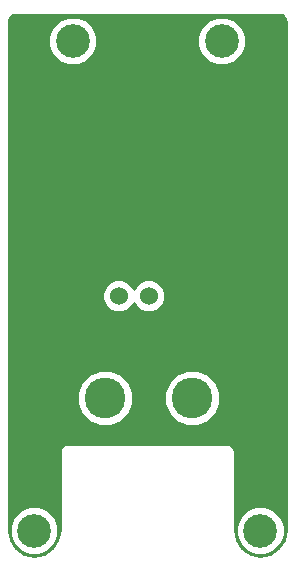
<source format=gbr>
G04 #@! TF.FileFunction,Copper,L2,Bot,Signal*
%FSLAX46Y46*%
G04 Gerber Fmt 4.6, Leading zero omitted, Abs format (unit mm)*
G04 Created by KiCad (PCBNEW 4.0.7) date 03/27/18 18:56:06*
%MOMM*%
%LPD*%
G01*
G04 APERTURE LIST*
%ADD10C,0.100000*%
%ADD11C,2.844800*%
%ADD12C,3.450000*%
%ADD13C,1.524000*%
%ADD14C,0.254000*%
G04 APERTURE END LIST*
D10*
D11*
X136474200Y-25400000D03*
X123875800Y-25400000D03*
X139750800Y-66852800D03*
D12*
X133987000Y-55630000D03*
D13*
X132842000Y-46990000D03*
X130302000Y-46990000D03*
X127762000Y-46990000D03*
D12*
X126617000Y-55630000D03*
D11*
X120599200Y-66852800D03*
D14*
G36*
X141559979Y-23244478D02*
X141737145Y-23362856D01*
X141855521Y-23540019D01*
X141911000Y-23818931D01*
X141911000Y-66782873D01*
X141733713Y-67674151D01*
X141268457Y-68370457D01*
X140572151Y-68835713D01*
X139750798Y-68999090D01*
X138929449Y-68835713D01*
X138233143Y-68370457D01*
X137767887Y-67674151D01*
X137685557Y-67260247D01*
X137693044Y-67260247D01*
X138005604Y-68016701D01*
X138583855Y-68595962D01*
X139339762Y-68909842D01*
X140158247Y-68910556D01*
X140914701Y-68597996D01*
X141493962Y-68019745D01*
X141807842Y-67263838D01*
X141808556Y-66445353D01*
X141495996Y-65688899D01*
X140917745Y-65109638D01*
X140161838Y-64795758D01*
X139343353Y-64795044D01*
X138586899Y-65107604D01*
X138007638Y-65685855D01*
X137693758Y-66441762D01*
X137693044Y-67260247D01*
X137685557Y-67260247D01*
X137590600Y-66782869D01*
X137590600Y-60198000D01*
X137536554Y-59926295D01*
X137382646Y-59695954D01*
X137152305Y-59542046D01*
X136880600Y-59488000D01*
X123469400Y-59488000D01*
X123197695Y-59542046D01*
X122967354Y-59695954D01*
X122813446Y-59926295D01*
X122759400Y-60198000D01*
X122759400Y-66782873D01*
X122582113Y-67674151D01*
X122116857Y-68370457D01*
X121420551Y-68835713D01*
X120599198Y-68999090D01*
X119777849Y-68835713D01*
X119081543Y-68370457D01*
X118613569Y-67670083D01*
X118526379Y-67260247D01*
X118541444Y-67260247D01*
X118854004Y-68016701D01*
X119432255Y-68595962D01*
X120188162Y-68909842D01*
X121006647Y-68910556D01*
X121763101Y-68597996D01*
X122342362Y-68019745D01*
X122656242Y-67263838D01*
X122656956Y-66445353D01*
X122344396Y-65688899D01*
X121766145Y-65109638D01*
X121010238Y-64795758D01*
X120191753Y-64795044D01*
X119435299Y-65107604D01*
X118856038Y-65685855D01*
X118542158Y-66441762D01*
X118541444Y-67260247D01*
X118526379Y-67260247D01*
X118439000Y-66849532D01*
X118439000Y-56097373D01*
X124256591Y-56097373D01*
X124615123Y-56965086D01*
X125278422Y-57629544D01*
X126145508Y-57989589D01*
X127084373Y-57990409D01*
X127952086Y-57631877D01*
X128616544Y-56968578D01*
X128976589Y-56101492D01*
X128976592Y-56097373D01*
X131626591Y-56097373D01*
X131985123Y-56965086D01*
X132648422Y-57629544D01*
X133515508Y-57989589D01*
X134454373Y-57990409D01*
X135322086Y-57631877D01*
X135986544Y-56968578D01*
X136346589Y-56101492D01*
X136347409Y-55162627D01*
X135988877Y-54294914D01*
X135325578Y-53630456D01*
X134458492Y-53270411D01*
X133519627Y-53269591D01*
X132651914Y-53628123D01*
X131987456Y-54291422D01*
X131627411Y-55158508D01*
X131626591Y-56097373D01*
X128976592Y-56097373D01*
X128977409Y-55162627D01*
X128618877Y-54294914D01*
X127955578Y-53630456D01*
X127088492Y-53270411D01*
X126149627Y-53269591D01*
X125281914Y-53628123D01*
X124617456Y-54291422D01*
X124257411Y-55158508D01*
X124256591Y-56097373D01*
X118439000Y-56097373D01*
X118439000Y-47266661D01*
X126364758Y-47266661D01*
X126576990Y-47780303D01*
X126969630Y-48173629D01*
X127482900Y-48386757D01*
X128038661Y-48387242D01*
X128552303Y-48175010D01*
X128945629Y-47782370D01*
X129031949Y-47574488D01*
X129116990Y-47780303D01*
X129509630Y-48173629D01*
X130022900Y-48386757D01*
X130578661Y-48387242D01*
X131092303Y-48175010D01*
X131485629Y-47782370D01*
X131698757Y-47269100D01*
X131699242Y-46713339D01*
X131487010Y-46199697D01*
X131094370Y-45806371D01*
X130581100Y-45593243D01*
X130025339Y-45592758D01*
X129511697Y-45804990D01*
X129118371Y-46197630D01*
X129032051Y-46405512D01*
X128947010Y-46199697D01*
X128554370Y-45806371D01*
X128041100Y-45593243D01*
X127485339Y-45592758D01*
X126971697Y-45804990D01*
X126578371Y-46197630D01*
X126365243Y-46710900D01*
X126364758Y-47266661D01*
X118439000Y-47266661D01*
X118439000Y-25807447D01*
X121818044Y-25807447D01*
X122130604Y-26563901D01*
X122708855Y-27143162D01*
X123464762Y-27457042D01*
X124283247Y-27457756D01*
X125039701Y-27145196D01*
X125618962Y-26566945D01*
X125932842Y-25811038D01*
X125932845Y-25807447D01*
X134416444Y-25807447D01*
X134729004Y-26563901D01*
X135307255Y-27143162D01*
X136063162Y-27457042D01*
X136881647Y-27457756D01*
X137638101Y-27145196D01*
X138217362Y-26566945D01*
X138531242Y-25811038D01*
X138531956Y-24992553D01*
X138219396Y-24236099D01*
X137641145Y-23656838D01*
X136885238Y-23342958D01*
X136066753Y-23342244D01*
X135310299Y-23654804D01*
X134731038Y-24233055D01*
X134417158Y-24988962D01*
X134416444Y-25807447D01*
X125932845Y-25807447D01*
X125933556Y-24992553D01*
X125620996Y-24236099D01*
X125042745Y-23656838D01*
X124286838Y-23342958D01*
X123468353Y-23342244D01*
X122711899Y-23654804D01*
X122132638Y-24233055D01*
X121818758Y-24988962D01*
X121818044Y-25807447D01*
X118439000Y-25807447D01*
X118439000Y-23818930D01*
X118494478Y-23540021D01*
X118612856Y-23362855D01*
X118790019Y-23244479D01*
X119068931Y-23189000D01*
X141281070Y-23189000D01*
X141559979Y-23244478D01*
X141559979Y-23244478D01*
G37*
X141559979Y-23244478D02*
X141737145Y-23362856D01*
X141855521Y-23540019D01*
X141911000Y-23818931D01*
X141911000Y-66782873D01*
X141733713Y-67674151D01*
X141268457Y-68370457D01*
X140572151Y-68835713D01*
X139750798Y-68999090D01*
X138929449Y-68835713D01*
X138233143Y-68370457D01*
X137767887Y-67674151D01*
X137685557Y-67260247D01*
X137693044Y-67260247D01*
X138005604Y-68016701D01*
X138583855Y-68595962D01*
X139339762Y-68909842D01*
X140158247Y-68910556D01*
X140914701Y-68597996D01*
X141493962Y-68019745D01*
X141807842Y-67263838D01*
X141808556Y-66445353D01*
X141495996Y-65688899D01*
X140917745Y-65109638D01*
X140161838Y-64795758D01*
X139343353Y-64795044D01*
X138586899Y-65107604D01*
X138007638Y-65685855D01*
X137693758Y-66441762D01*
X137693044Y-67260247D01*
X137685557Y-67260247D01*
X137590600Y-66782869D01*
X137590600Y-60198000D01*
X137536554Y-59926295D01*
X137382646Y-59695954D01*
X137152305Y-59542046D01*
X136880600Y-59488000D01*
X123469400Y-59488000D01*
X123197695Y-59542046D01*
X122967354Y-59695954D01*
X122813446Y-59926295D01*
X122759400Y-60198000D01*
X122759400Y-66782873D01*
X122582113Y-67674151D01*
X122116857Y-68370457D01*
X121420551Y-68835713D01*
X120599198Y-68999090D01*
X119777849Y-68835713D01*
X119081543Y-68370457D01*
X118613569Y-67670083D01*
X118526379Y-67260247D01*
X118541444Y-67260247D01*
X118854004Y-68016701D01*
X119432255Y-68595962D01*
X120188162Y-68909842D01*
X121006647Y-68910556D01*
X121763101Y-68597996D01*
X122342362Y-68019745D01*
X122656242Y-67263838D01*
X122656956Y-66445353D01*
X122344396Y-65688899D01*
X121766145Y-65109638D01*
X121010238Y-64795758D01*
X120191753Y-64795044D01*
X119435299Y-65107604D01*
X118856038Y-65685855D01*
X118542158Y-66441762D01*
X118541444Y-67260247D01*
X118526379Y-67260247D01*
X118439000Y-66849532D01*
X118439000Y-56097373D01*
X124256591Y-56097373D01*
X124615123Y-56965086D01*
X125278422Y-57629544D01*
X126145508Y-57989589D01*
X127084373Y-57990409D01*
X127952086Y-57631877D01*
X128616544Y-56968578D01*
X128976589Y-56101492D01*
X128976592Y-56097373D01*
X131626591Y-56097373D01*
X131985123Y-56965086D01*
X132648422Y-57629544D01*
X133515508Y-57989589D01*
X134454373Y-57990409D01*
X135322086Y-57631877D01*
X135986544Y-56968578D01*
X136346589Y-56101492D01*
X136347409Y-55162627D01*
X135988877Y-54294914D01*
X135325578Y-53630456D01*
X134458492Y-53270411D01*
X133519627Y-53269591D01*
X132651914Y-53628123D01*
X131987456Y-54291422D01*
X131627411Y-55158508D01*
X131626591Y-56097373D01*
X128976592Y-56097373D01*
X128977409Y-55162627D01*
X128618877Y-54294914D01*
X127955578Y-53630456D01*
X127088492Y-53270411D01*
X126149627Y-53269591D01*
X125281914Y-53628123D01*
X124617456Y-54291422D01*
X124257411Y-55158508D01*
X124256591Y-56097373D01*
X118439000Y-56097373D01*
X118439000Y-47266661D01*
X126364758Y-47266661D01*
X126576990Y-47780303D01*
X126969630Y-48173629D01*
X127482900Y-48386757D01*
X128038661Y-48387242D01*
X128552303Y-48175010D01*
X128945629Y-47782370D01*
X129031949Y-47574488D01*
X129116990Y-47780303D01*
X129509630Y-48173629D01*
X130022900Y-48386757D01*
X130578661Y-48387242D01*
X131092303Y-48175010D01*
X131485629Y-47782370D01*
X131698757Y-47269100D01*
X131699242Y-46713339D01*
X131487010Y-46199697D01*
X131094370Y-45806371D01*
X130581100Y-45593243D01*
X130025339Y-45592758D01*
X129511697Y-45804990D01*
X129118371Y-46197630D01*
X129032051Y-46405512D01*
X128947010Y-46199697D01*
X128554370Y-45806371D01*
X128041100Y-45593243D01*
X127485339Y-45592758D01*
X126971697Y-45804990D01*
X126578371Y-46197630D01*
X126365243Y-46710900D01*
X126364758Y-47266661D01*
X118439000Y-47266661D01*
X118439000Y-25807447D01*
X121818044Y-25807447D01*
X122130604Y-26563901D01*
X122708855Y-27143162D01*
X123464762Y-27457042D01*
X124283247Y-27457756D01*
X125039701Y-27145196D01*
X125618962Y-26566945D01*
X125932842Y-25811038D01*
X125932845Y-25807447D01*
X134416444Y-25807447D01*
X134729004Y-26563901D01*
X135307255Y-27143162D01*
X136063162Y-27457042D01*
X136881647Y-27457756D01*
X137638101Y-27145196D01*
X138217362Y-26566945D01*
X138531242Y-25811038D01*
X138531956Y-24992553D01*
X138219396Y-24236099D01*
X137641145Y-23656838D01*
X136885238Y-23342958D01*
X136066753Y-23342244D01*
X135310299Y-23654804D01*
X134731038Y-24233055D01*
X134417158Y-24988962D01*
X134416444Y-25807447D01*
X125932845Y-25807447D01*
X125933556Y-24992553D01*
X125620996Y-24236099D01*
X125042745Y-23656838D01*
X124286838Y-23342958D01*
X123468353Y-23342244D01*
X122711899Y-23654804D01*
X122132638Y-24233055D01*
X121818758Y-24988962D01*
X121818044Y-25807447D01*
X118439000Y-25807447D01*
X118439000Y-23818930D01*
X118494478Y-23540021D01*
X118612856Y-23362855D01*
X118790019Y-23244479D01*
X119068931Y-23189000D01*
X141281070Y-23189000D01*
X141559979Y-23244478D01*
M02*

</source>
